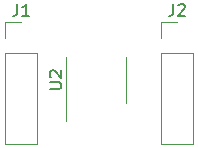
<source format=gbr>
%TF.GenerationSoftware,KiCad,Pcbnew,7.0.8-7.0.8~ubuntu20.04.1*%
%TF.CreationDate,2023-10-29T20:49:58+01:00*%
%TF.ProjectId,atecc_board,61746563-635f-4626-9f61-72642e6b6963,rev?*%
%TF.SameCoordinates,Original*%
%TF.FileFunction,Legend,Top*%
%TF.FilePolarity,Positive*%
%FSLAX46Y46*%
G04 Gerber Fmt 4.6, Leading zero omitted, Abs format (unit mm)*
G04 Created by KiCad (PCBNEW 7.0.8-7.0.8~ubuntu20.04.1) date 2023-10-29 20:49:58*
%MOMM*%
%LPD*%
G01*
G04 APERTURE LIST*
%ADD10C,0.150000*%
%ADD11C,0.120000*%
G04 APERTURE END LIST*
D10*
X78096819Y-55117904D02*
X78906342Y-55117904D01*
X78906342Y-55117904D02*
X79001580Y-55070285D01*
X79001580Y-55070285D02*
X79049200Y-55022666D01*
X79049200Y-55022666D02*
X79096819Y-54927428D01*
X79096819Y-54927428D02*
X79096819Y-54736952D01*
X79096819Y-54736952D02*
X79049200Y-54641714D01*
X79049200Y-54641714D02*
X79001580Y-54594095D01*
X79001580Y-54594095D02*
X78906342Y-54546476D01*
X78906342Y-54546476D02*
X78096819Y-54546476D01*
X78192057Y-54117904D02*
X78144438Y-54070285D01*
X78144438Y-54070285D02*
X78096819Y-53975047D01*
X78096819Y-53975047D02*
X78096819Y-53736952D01*
X78096819Y-53736952D02*
X78144438Y-53641714D01*
X78144438Y-53641714D02*
X78192057Y-53594095D01*
X78192057Y-53594095D02*
X78287295Y-53546476D01*
X78287295Y-53546476D02*
X78382533Y-53546476D01*
X78382533Y-53546476D02*
X78525390Y-53594095D01*
X78525390Y-53594095D02*
X79096819Y-54165523D01*
X79096819Y-54165523D02*
X79096819Y-53546476D01*
X88566666Y-47924819D02*
X88566666Y-48639104D01*
X88566666Y-48639104D02*
X88519047Y-48781961D01*
X88519047Y-48781961D02*
X88423809Y-48877200D01*
X88423809Y-48877200D02*
X88280952Y-48924819D01*
X88280952Y-48924819D02*
X88185714Y-48924819D01*
X88995238Y-48020057D02*
X89042857Y-47972438D01*
X89042857Y-47972438D02*
X89138095Y-47924819D01*
X89138095Y-47924819D02*
X89376190Y-47924819D01*
X89376190Y-47924819D02*
X89471428Y-47972438D01*
X89471428Y-47972438D02*
X89519047Y-48020057D01*
X89519047Y-48020057D02*
X89566666Y-48115295D01*
X89566666Y-48115295D02*
X89566666Y-48210533D01*
X89566666Y-48210533D02*
X89519047Y-48353390D01*
X89519047Y-48353390D02*
X88947619Y-48924819D01*
X88947619Y-48924819D02*
X89566666Y-48924819D01*
X75358666Y-47924819D02*
X75358666Y-48639104D01*
X75358666Y-48639104D02*
X75311047Y-48781961D01*
X75311047Y-48781961D02*
X75215809Y-48877200D01*
X75215809Y-48877200D02*
X75072952Y-48924819D01*
X75072952Y-48924819D02*
X74977714Y-48924819D01*
X76358666Y-48924819D02*
X75787238Y-48924819D01*
X76072952Y-48924819D02*
X76072952Y-47924819D01*
X76072952Y-47924819D02*
X75977714Y-48067676D01*
X75977714Y-48067676D02*
X75882476Y-48162914D01*
X75882476Y-48162914D02*
X75787238Y-48210533D01*
D11*
%TO.C,U2*%
X79482000Y-54356000D02*
X79482000Y-52406000D01*
X84602000Y-54356000D02*
X84602000Y-52406000D01*
X79482000Y-54356000D02*
X79482000Y-57806000D01*
X84602000Y-54356000D02*
X84602000Y-56306000D01*
%TO.C,J2*%
X90230000Y-52070000D02*
X90230000Y-59750000D01*
X87570000Y-50800000D02*
X87570000Y-49470000D01*
X87570000Y-59750000D02*
X90230000Y-59750000D01*
X87570000Y-52070000D02*
X90230000Y-52070000D01*
X87570000Y-49470000D02*
X88900000Y-49470000D01*
X87570000Y-52070000D02*
X87570000Y-59750000D01*
%TO.C,J1*%
X77022000Y-52070000D02*
X77022000Y-59750000D01*
X74362000Y-50800000D02*
X74362000Y-49470000D01*
X74362000Y-59750000D02*
X77022000Y-59750000D01*
X74362000Y-52070000D02*
X77022000Y-52070000D01*
X74362000Y-49470000D02*
X75692000Y-49470000D01*
X74362000Y-52070000D02*
X74362000Y-59750000D01*
%TD*%
M02*

</source>
